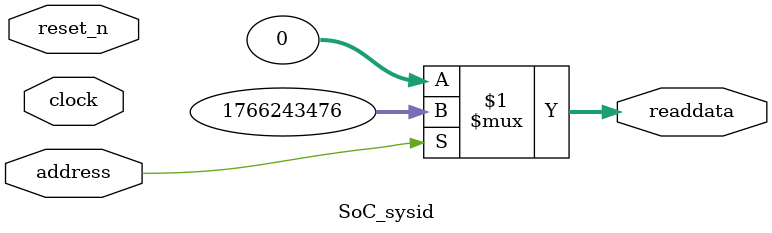
<source format=v>

`timescale 1ns / 1ps
// synthesis translate_on

// turn off superfluous verilog processor warnings 
// altera message_level Level1 
// altera message_off 10034 10035 10036 10037 10230 10240 10030 

module SoC_sysid (
               // inputs:
                address,
                clock,
                reset_n,

               // outputs:
                readdata
             )
;

  output  [ 31: 0] readdata;
  input            address;
  input            clock;
  input            reset_n;

  wire    [ 31: 0] readdata;
  //control_slave, which is an e_avalon_slave
  assign readdata = address ? 1766243476 : 0;

endmodule




</source>
